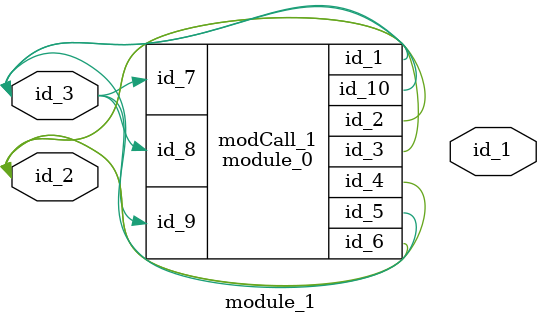
<source format=v>
module module_0 (
    id_1,
    id_2,
    id_3,
    id_4,
    id_5,
    id_6,
    id_7,
    id_8,
    id_9,
    id_10
);
  inout wire id_10;
  input wire id_9;
  input wire id_8;
  input wire id_7;
  inout wire id_6;
  inout wire id_5;
  inout wire id_4;
  inout wire id_3;
  inout wire id_2;
  inout wire id_1;
  wire id_11;
endmodule
module module_1 (
    id_1,
    id_2,
    id_3
);
  inout wire id_3;
  inout wire id_2;
  output wire id_1;
  module_0 modCall_1 (
      id_3,
      id_2,
      id_2,
      id_2,
      id_3,
      id_2,
      id_3,
      id_3,
      id_3,
      id_3
  );
endmodule

</source>
